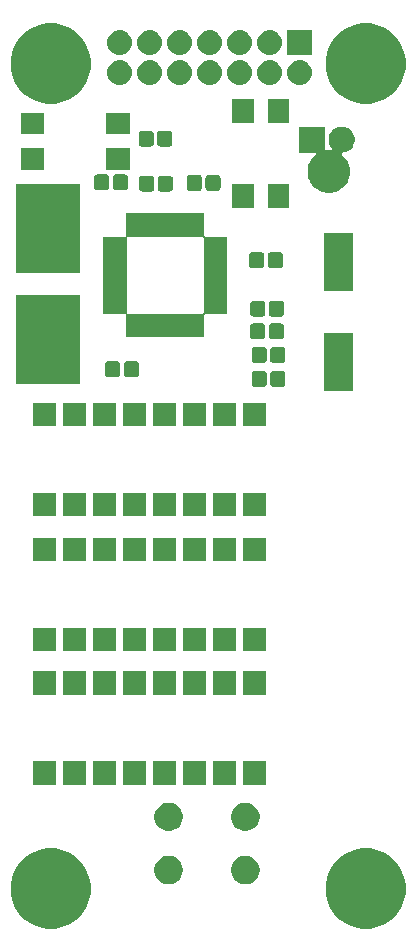
<source format=gts>
G04 #@! TF.GenerationSoftware,KiCad,Pcbnew,5.0.1-33cea8e~68~ubuntu14.04.1*
G04 #@! TF.CreationDate,2018-11-23T15:16:42-08:00*
G04 #@! TF.ProjectId,run,72756E2E6B696361645F706362000000,rev?*
G04 #@! TF.SameCoordinates,Original*
G04 #@! TF.FileFunction,Soldermask,Top*
G04 #@! TF.FilePolarity,Negative*
%FSLAX46Y46*%
G04 Gerber Fmt 4.6, Leading zero omitted, Abs format (unit mm)*
G04 Created by KiCad (PCBNEW 5.0.1-33cea8e~68~ubuntu14.04.1) date Fri 23 Nov 2018 03:16:42 PM PST*
%MOMM*%
%LPD*%
G01*
G04 APERTURE LIST*
%ADD10C,0.100000*%
G04 APERTURE END LIST*
D10*
G36*
X155677743Y-163354660D02*
X156296503Y-163610958D01*
X156853377Y-163983050D01*
X157326950Y-164456623D01*
X157699042Y-165013497D01*
X157955340Y-165632257D01*
X158086000Y-166289128D01*
X158086000Y-166958872D01*
X157955340Y-167615743D01*
X157699042Y-168234503D01*
X157326950Y-168791377D01*
X156853377Y-169264950D01*
X156296503Y-169637042D01*
X155677743Y-169893340D01*
X155020872Y-170024000D01*
X154351128Y-170024000D01*
X153694257Y-169893340D01*
X153075497Y-169637042D01*
X152518623Y-169264950D01*
X152045050Y-168791377D01*
X151672958Y-168234503D01*
X151416660Y-167615743D01*
X151286000Y-166958872D01*
X151286000Y-166289128D01*
X151416660Y-165632257D01*
X151672958Y-165013497D01*
X152045050Y-164456623D01*
X152518623Y-163983050D01*
X153075497Y-163610958D01*
X153694257Y-163354660D01*
X154351128Y-163224000D01*
X155020872Y-163224000D01*
X155677743Y-163354660D01*
X155677743Y-163354660D01*
G37*
G36*
X129007743Y-163354660D02*
X129626503Y-163610958D01*
X130183377Y-163983050D01*
X130656950Y-164456623D01*
X131029042Y-165013497D01*
X131285340Y-165632257D01*
X131416000Y-166289128D01*
X131416000Y-166958872D01*
X131285340Y-167615743D01*
X131029042Y-168234503D01*
X130656950Y-168791377D01*
X130183377Y-169264950D01*
X129626503Y-169637042D01*
X129007743Y-169893340D01*
X128350872Y-170024000D01*
X127681128Y-170024000D01*
X127024257Y-169893340D01*
X126405497Y-169637042D01*
X125848623Y-169264950D01*
X125375050Y-168791377D01*
X125002958Y-168234503D01*
X124746660Y-167615743D01*
X124616000Y-166958872D01*
X124616000Y-166289128D01*
X124746660Y-165632257D01*
X125002958Y-165013497D01*
X125375050Y-164456623D01*
X125848623Y-163983050D01*
X126405497Y-163610958D01*
X127024257Y-163354660D01*
X127681128Y-163224000D01*
X128350872Y-163224000D01*
X129007743Y-163354660D01*
X129007743Y-163354660D01*
G37*
G36*
X144850026Y-163896115D02*
X145068412Y-163986573D01*
X145264958Y-164117901D01*
X145432099Y-164285042D01*
X145563427Y-164481588D01*
X145653885Y-164699974D01*
X145700000Y-164931809D01*
X145700000Y-165168191D01*
X145653885Y-165400026D01*
X145563427Y-165618412D01*
X145432099Y-165814958D01*
X145264958Y-165982099D01*
X145068412Y-166113427D01*
X144850026Y-166203885D01*
X144618191Y-166250000D01*
X144381809Y-166250000D01*
X144149974Y-166203885D01*
X143931588Y-166113427D01*
X143735042Y-165982099D01*
X143567901Y-165814958D01*
X143436573Y-165618412D01*
X143346115Y-165400026D01*
X143300000Y-165168191D01*
X143300000Y-164931809D01*
X143346115Y-164699974D01*
X143436573Y-164481588D01*
X143567901Y-164285042D01*
X143735042Y-164117901D01*
X143931588Y-163986573D01*
X144149974Y-163896115D01*
X144381809Y-163850000D01*
X144618191Y-163850000D01*
X144850026Y-163896115D01*
X144850026Y-163896115D01*
G37*
G36*
X138350026Y-163896115D02*
X138568412Y-163986573D01*
X138764958Y-164117901D01*
X138932099Y-164285042D01*
X139063427Y-164481588D01*
X139153885Y-164699974D01*
X139200000Y-164931809D01*
X139200000Y-165168191D01*
X139153885Y-165400026D01*
X139063427Y-165618412D01*
X138932099Y-165814958D01*
X138764958Y-165982099D01*
X138568412Y-166113427D01*
X138350026Y-166203885D01*
X138118191Y-166250000D01*
X137881809Y-166250000D01*
X137649974Y-166203885D01*
X137431588Y-166113427D01*
X137235042Y-165982099D01*
X137067901Y-165814958D01*
X136936573Y-165618412D01*
X136846115Y-165400026D01*
X136800000Y-165168191D01*
X136800000Y-164931809D01*
X136846115Y-164699974D01*
X136936573Y-164481588D01*
X137067901Y-164285042D01*
X137235042Y-164117901D01*
X137431588Y-163986573D01*
X137649974Y-163896115D01*
X137881809Y-163850000D01*
X138118191Y-163850000D01*
X138350026Y-163896115D01*
X138350026Y-163896115D01*
G37*
G36*
X144850026Y-159396115D02*
X145068412Y-159486573D01*
X145264958Y-159617901D01*
X145432099Y-159785042D01*
X145563427Y-159981588D01*
X145653885Y-160199974D01*
X145700000Y-160431809D01*
X145700000Y-160668191D01*
X145653885Y-160900026D01*
X145563427Y-161118412D01*
X145432099Y-161314958D01*
X145264958Y-161482099D01*
X145068412Y-161613427D01*
X144850026Y-161703885D01*
X144618191Y-161750000D01*
X144381809Y-161750000D01*
X144149974Y-161703885D01*
X143931588Y-161613427D01*
X143735042Y-161482099D01*
X143567901Y-161314958D01*
X143436573Y-161118412D01*
X143346115Y-160900026D01*
X143300000Y-160668191D01*
X143300000Y-160431809D01*
X143346115Y-160199974D01*
X143436573Y-159981588D01*
X143567901Y-159785042D01*
X143735042Y-159617901D01*
X143931588Y-159486573D01*
X144149974Y-159396115D01*
X144381809Y-159350000D01*
X144618191Y-159350000D01*
X144850026Y-159396115D01*
X144850026Y-159396115D01*
G37*
G36*
X138350026Y-159396115D02*
X138568412Y-159486573D01*
X138764958Y-159617901D01*
X138932099Y-159785042D01*
X139063427Y-159981588D01*
X139153885Y-160199974D01*
X139200000Y-160431809D01*
X139200000Y-160668191D01*
X139153885Y-160900026D01*
X139063427Y-161118412D01*
X138932099Y-161314958D01*
X138764958Y-161482099D01*
X138568412Y-161613427D01*
X138350026Y-161703885D01*
X138118191Y-161750000D01*
X137881809Y-161750000D01*
X137649974Y-161703885D01*
X137431588Y-161613427D01*
X137235042Y-161482099D01*
X137067901Y-161314958D01*
X136936573Y-161118412D01*
X136846115Y-160900026D01*
X136800000Y-160668191D01*
X136800000Y-160431809D01*
X136846115Y-160199974D01*
X136936573Y-159981588D01*
X137067901Y-159785042D01*
X137235042Y-159617901D01*
X137431588Y-159486573D01*
X137649974Y-159396115D01*
X137881809Y-159350000D01*
X138118191Y-159350000D01*
X138350026Y-159396115D01*
X138350026Y-159396115D01*
G37*
G36*
X128500000Y-157840000D02*
X126500000Y-157840000D01*
X126500000Y-155840000D01*
X128500000Y-155840000D01*
X128500000Y-157840000D01*
X128500000Y-157840000D01*
G37*
G36*
X131040000Y-157840000D02*
X129040000Y-157840000D01*
X129040000Y-155840000D01*
X131040000Y-155840000D01*
X131040000Y-157840000D01*
X131040000Y-157840000D01*
G37*
G36*
X133580000Y-157840000D02*
X131580000Y-157840000D01*
X131580000Y-155840000D01*
X133580000Y-155840000D01*
X133580000Y-157840000D01*
X133580000Y-157840000D01*
G37*
G36*
X136120000Y-157840000D02*
X134120000Y-157840000D01*
X134120000Y-155840000D01*
X136120000Y-155840000D01*
X136120000Y-157840000D01*
X136120000Y-157840000D01*
G37*
G36*
X138660000Y-157840000D02*
X136660000Y-157840000D01*
X136660000Y-155840000D01*
X138660000Y-155840000D01*
X138660000Y-157840000D01*
X138660000Y-157840000D01*
G37*
G36*
X141200000Y-157840000D02*
X139200000Y-157840000D01*
X139200000Y-155840000D01*
X141200000Y-155840000D01*
X141200000Y-157840000D01*
X141200000Y-157840000D01*
G37*
G36*
X146280000Y-157840000D02*
X144280000Y-157840000D01*
X144280000Y-155840000D01*
X146280000Y-155840000D01*
X146280000Y-157840000D01*
X146280000Y-157840000D01*
G37*
G36*
X143740000Y-157840000D02*
X141740000Y-157840000D01*
X141740000Y-155840000D01*
X143740000Y-155840000D01*
X143740000Y-157840000D01*
X143740000Y-157840000D01*
G37*
G36*
X141200000Y-150220000D02*
X139200000Y-150220000D01*
X139200000Y-148220000D01*
X141200000Y-148220000D01*
X141200000Y-150220000D01*
X141200000Y-150220000D01*
G37*
G36*
X131040000Y-150220000D02*
X129040000Y-150220000D01*
X129040000Y-148220000D01*
X131040000Y-148220000D01*
X131040000Y-150220000D01*
X131040000Y-150220000D01*
G37*
G36*
X133580000Y-150220000D02*
X131580000Y-150220000D01*
X131580000Y-148220000D01*
X133580000Y-148220000D01*
X133580000Y-150220000D01*
X133580000Y-150220000D01*
G37*
G36*
X146280000Y-150220000D02*
X144280000Y-150220000D01*
X144280000Y-148220000D01*
X146280000Y-148220000D01*
X146280000Y-150220000D01*
X146280000Y-150220000D01*
G37*
G36*
X136120000Y-150220000D02*
X134120000Y-150220000D01*
X134120000Y-148220000D01*
X136120000Y-148220000D01*
X136120000Y-150220000D01*
X136120000Y-150220000D01*
G37*
G36*
X143740000Y-150220000D02*
X141740000Y-150220000D01*
X141740000Y-148220000D01*
X143740000Y-148220000D01*
X143740000Y-150220000D01*
X143740000Y-150220000D01*
G37*
G36*
X138660000Y-150220000D02*
X136660000Y-150220000D01*
X136660000Y-148220000D01*
X138660000Y-148220000D01*
X138660000Y-150220000D01*
X138660000Y-150220000D01*
G37*
G36*
X128500000Y-150220000D02*
X126500000Y-150220000D01*
X126500000Y-148220000D01*
X128500000Y-148220000D01*
X128500000Y-150220000D01*
X128500000Y-150220000D01*
G37*
G36*
X141208000Y-146542000D02*
X139208000Y-146542000D01*
X139208000Y-144542000D01*
X141208000Y-144542000D01*
X141208000Y-146542000D01*
X141208000Y-146542000D01*
G37*
G36*
X128508000Y-146542000D02*
X126508000Y-146542000D01*
X126508000Y-144542000D01*
X128508000Y-144542000D01*
X128508000Y-146542000D01*
X128508000Y-146542000D01*
G37*
G36*
X133588000Y-146542000D02*
X131588000Y-146542000D01*
X131588000Y-144542000D01*
X133588000Y-144542000D01*
X133588000Y-146542000D01*
X133588000Y-146542000D01*
G37*
G36*
X136128000Y-146542000D02*
X134128000Y-146542000D01*
X134128000Y-144542000D01*
X136128000Y-144542000D01*
X136128000Y-146542000D01*
X136128000Y-146542000D01*
G37*
G36*
X138668000Y-146542000D02*
X136668000Y-146542000D01*
X136668000Y-144542000D01*
X138668000Y-144542000D01*
X138668000Y-146542000D01*
X138668000Y-146542000D01*
G37*
G36*
X143748000Y-146542000D02*
X141748000Y-146542000D01*
X141748000Y-144542000D01*
X143748000Y-144542000D01*
X143748000Y-146542000D01*
X143748000Y-146542000D01*
G37*
G36*
X146288000Y-146542000D02*
X144288000Y-146542000D01*
X144288000Y-144542000D01*
X146288000Y-144542000D01*
X146288000Y-146542000D01*
X146288000Y-146542000D01*
G37*
G36*
X131048000Y-146542000D02*
X129048000Y-146542000D01*
X129048000Y-144542000D01*
X131048000Y-144542000D01*
X131048000Y-146542000D01*
X131048000Y-146542000D01*
G37*
G36*
X146288000Y-138922000D02*
X144288000Y-138922000D01*
X144288000Y-136922000D01*
X146288000Y-136922000D01*
X146288000Y-138922000D01*
X146288000Y-138922000D01*
G37*
G36*
X143748000Y-138922000D02*
X141748000Y-138922000D01*
X141748000Y-136922000D01*
X143748000Y-136922000D01*
X143748000Y-138922000D01*
X143748000Y-138922000D01*
G37*
G36*
X141208000Y-138922000D02*
X139208000Y-138922000D01*
X139208000Y-136922000D01*
X141208000Y-136922000D01*
X141208000Y-138922000D01*
X141208000Y-138922000D01*
G37*
G36*
X138668000Y-138922000D02*
X136668000Y-138922000D01*
X136668000Y-136922000D01*
X138668000Y-136922000D01*
X138668000Y-138922000D01*
X138668000Y-138922000D01*
G37*
G36*
X136128000Y-138922000D02*
X134128000Y-138922000D01*
X134128000Y-136922000D01*
X136128000Y-136922000D01*
X136128000Y-138922000D01*
X136128000Y-138922000D01*
G37*
G36*
X133588000Y-138922000D02*
X131588000Y-138922000D01*
X131588000Y-136922000D01*
X133588000Y-136922000D01*
X133588000Y-138922000D01*
X133588000Y-138922000D01*
G37*
G36*
X128508000Y-138922000D02*
X126508000Y-138922000D01*
X126508000Y-136922000D01*
X128508000Y-136922000D01*
X128508000Y-138922000D01*
X128508000Y-138922000D01*
G37*
G36*
X131048000Y-138922000D02*
X129048000Y-138922000D01*
X129048000Y-136922000D01*
X131048000Y-136922000D01*
X131048000Y-138922000D01*
X131048000Y-138922000D01*
G37*
G36*
X143748000Y-135112000D02*
X141748000Y-135112000D01*
X141748000Y-133112000D01*
X143748000Y-133112000D01*
X143748000Y-135112000D01*
X143748000Y-135112000D01*
G37*
G36*
X133588000Y-135112000D02*
X131588000Y-135112000D01*
X131588000Y-133112000D01*
X133588000Y-133112000D01*
X133588000Y-135112000D01*
X133588000Y-135112000D01*
G37*
G36*
X136128000Y-135112000D02*
X134128000Y-135112000D01*
X134128000Y-133112000D01*
X136128000Y-133112000D01*
X136128000Y-135112000D01*
X136128000Y-135112000D01*
G37*
G36*
X131048000Y-135112000D02*
X129048000Y-135112000D01*
X129048000Y-133112000D01*
X131048000Y-133112000D01*
X131048000Y-135112000D01*
X131048000Y-135112000D01*
G37*
G36*
X138668000Y-135112000D02*
X136668000Y-135112000D01*
X136668000Y-133112000D01*
X138668000Y-133112000D01*
X138668000Y-135112000D01*
X138668000Y-135112000D01*
G37*
G36*
X128508000Y-135112000D02*
X126508000Y-135112000D01*
X126508000Y-133112000D01*
X128508000Y-133112000D01*
X128508000Y-135112000D01*
X128508000Y-135112000D01*
G37*
G36*
X141208000Y-135112000D02*
X139208000Y-135112000D01*
X139208000Y-133112000D01*
X141208000Y-133112000D01*
X141208000Y-135112000D01*
X141208000Y-135112000D01*
G37*
G36*
X146288000Y-135112000D02*
X144288000Y-135112000D01*
X144288000Y-133112000D01*
X146288000Y-133112000D01*
X146288000Y-135112000D01*
X146288000Y-135112000D01*
G37*
G36*
X131048000Y-127492000D02*
X129048000Y-127492000D01*
X129048000Y-125492000D01*
X131048000Y-125492000D01*
X131048000Y-127492000D01*
X131048000Y-127492000D01*
G37*
G36*
X128508000Y-127492000D02*
X126508000Y-127492000D01*
X126508000Y-125492000D01*
X128508000Y-125492000D01*
X128508000Y-127492000D01*
X128508000Y-127492000D01*
G37*
G36*
X136128000Y-127492000D02*
X134128000Y-127492000D01*
X134128000Y-125492000D01*
X136128000Y-125492000D01*
X136128000Y-127492000D01*
X136128000Y-127492000D01*
G37*
G36*
X133588000Y-127492000D02*
X131588000Y-127492000D01*
X131588000Y-125492000D01*
X133588000Y-125492000D01*
X133588000Y-127492000D01*
X133588000Y-127492000D01*
G37*
G36*
X143748000Y-127492000D02*
X141748000Y-127492000D01*
X141748000Y-125492000D01*
X143748000Y-125492000D01*
X143748000Y-127492000D01*
X143748000Y-127492000D01*
G37*
G36*
X141208000Y-127492000D02*
X139208000Y-127492000D01*
X139208000Y-125492000D01*
X141208000Y-125492000D01*
X141208000Y-127492000D01*
X141208000Y-127492000D01*
G37*
G36*
X138668000Y-127492000D02*
X136668000Y-127492000D01*
X136668000Y-125492000D01*
X138668000Y-125492000D01*
X138668000Y-127492000D01*
X138668000Y-127492000D01*
G37*
G36*
X146288000Y-127492000D02*
X144288000Y-127492000D01*
X144288000Y-125492000D01*
X146288000Y-125492000D01*
X146288000Y-127492000D01*
X146288000Y-127492000D01*
G37*
G36*
X153600000Y-124488000D02*
X151200000Y-124488000D01*
X151200000Y-119588000D01*
X153600000Y-119588000D01*
X153600000Y-124488000D01*
X153600000Y-124488000D01*
G37*
G36*
X147686122Y-122798517D02*
X147734085Y-122813066D01*
X147778275Y-122836686D01*
X147817018Y-122868482D01*
X147848814Y-122907225D01*
X147872434Y-122951415D01*
X147886983Y-122999378D01*
X147892500Y-123055391D01*
X147892500Y-123880609D01*
X147886983Y-123936622D01*
X147872434Y-123984585D01*
X147848814Y-124028775D01*
X147817018Y-124067518D01*
X147778275Y-124099314D01*
X147734085Y-124122934D01*
X147686122Y-124137483D01*
X147630109Y-124143000D01*
X146879891Y-124143000D01*
X146823878Y-124137483D01*
X146775915Y-124122934D01*
X146731725Y-124099314D01*
X146692982Y-124067518D01*
X146661186Y-124028775D01*
X146637566Y-123984585D01*
X146623017Y-123936622D01*
X146617500Y-123880609D01*
X146617500Y-123055391D01*
X146623017Y-122999378D01*
X146637566Y-122951415D01*
X146661186Y-122907225D01*
X146692982Y-122868482D01*
X146731725Y-122836686D01*
X146775915Y-122813066D01*
X146823878Y-122798517D01*
X146879891Y-122793000D01*
X147630109Y-122793000D01*
X147686122Y-122798517D01*
X147686122Y-122798517D01*
G37*
G36*
X146111122Y-122798517D02*
X146159085Y-122813066D01*
X146203275Y-122836686D01*
X146242018Y-122868482D01*
X146273814Y-122907225D01*
X146297434Y-122951415D01*
X146311983Y-122999378D01*
X146317500Y-123055391D01*
X146317500Y-123880609D01*
X146311983Y-123936622D01*
X146297434Y-123984585D01*
X146273814Y-124028775D01*
X146242018Y-124067518D01*
X146203275Y-124099314D01*
X146159085Y-124122934D01*
X146111122Y-124137483D01*
X146055109Y-124143000D01*
X145304891Y-124143000D01*
X145248878Y-124137483D01*
X145200915Y-124122934D01*
X145156725Y-124099314D01*
X145117982Y-124067518D01*
X145086186Y-124028775D01*
X145062566Y-123984585D01*
X145048017Y-123936622D01*
X145042500Y-123880609D01*
X145042500Y-123055391D01*
X145048017Y-122999378D01*
X145062566Y-122951415D01*
X145086186Y-122907225D01*
X145117982Y-122868482D01*
X145156725Y-122836686D01*
X145200915Y-122813066D01*
X145248878Y-122798517D01*
X145304891Y-122793000D01*
X146055109Y-122793000D01*
X146111122Y-122798517D01*
X146111122Y-122798517D01*
G37*
G36*
X130462000Y-123882000D02*
X125062000Y-123882000D01*
X125062000Y-116402000D01*
X130462000Y-116402000D01*
X130462000Y-123882000D01*
X130462000Y-123882000D01*
G37*
G36*
X133706122Y-121980517D02*
X133754085Y-121995066D01*
X133798275Y-122018686D01*
X133837018Y-122050482D01*
X133868814Y-122089225D01*
X133892434Y-122133415D01*
X133906983Y-122181378D01*
X133912500Y-122237391D01*
X133912500Y-123062609D01*
X133906983Y-123118622D01*
X133892434Y-123166585D01*
X133868814Y-123210775D01*
X133837018Y-123249518D01*
X133798275Y-123281314D01*
X133754085Y-123304934D01*
X133706122Y-123319483D01*
X133650109Y-123325000D01*
X132899891Y-123325000D01*
X132843878Y-123319483D01*
X132795915Y-123304934D01*
X132751725Y-123281314D01*
X132712982Y-123249518D01*
X132681186Y-123210775D01*
X132657566Y-123166585D01*
X132643017Y-123118622D01*
X132637500Y-123062609D01*
X132637500Y-122237391D01*
X132643017Y-122181378D01*
X132657566Y-122133415D01*
X132681186Y-122089225D01*
X132712982Y-122050482D01*
X132751725Y-122018686D01*
X132795915Y-121995066D01*
X132843878Y-121980517D01*
X132899891Y-121975000D01*
X133650109Y-121975000D01*
X133706122Y-121980517D01*
X133706122Y-121980517D01*
G37*
G36*
X135281122Y-121980517D02*
X135329085Y-121995066D01*
X135373275Y-122018686D01*
X135412018Y-122050482D01*
X135443814Y-122089225D01*
X135467434Y-122133415D01*
X135481983Y-122181378D01*
X135487500Y-122237391D01*
X135487500Y-123062609D01*
X135481983Y-123118622D01*
X135467434Y-123166585D01*
X135443814Y-123210775D01*
X135412018Y-123249518D01*
X135373275Y-123281314D01*
X135329085Y-123304934D01*
X135281122Y-123319483D01*
X135225109Y-123325000D01*
X134474891Y-123325000D01*
X134418878Y-123319483D01*
X134370915Y-123304934D01*
X134326725Y-123281314D01*
X134287982Y-123249518D01*
X134256186Y-123210775D01*
X134232566Y-123166585D01*
X134218017Y-123118622D01*
X134212500Y-123062609D01*
X134212500Y-122237391D01*
X134218017Y-122181378D01*
X134232566Y-122133415D01*
X134256186Y-122089225D01*
X134287982Y-122050482D01*
X134326725Y-122018686D01*
X134370915Y-121995066D01*
X134418878Y-121980517D01*
X134474891Y-121975000D01*
X135225109Y-121975000D01*
X135281122Y-121980517D01*
X135281122Y-121980517D01*
G37*
G36*
X146096122Y-120768517D02*
X146144085Y-120783066D01*
X146188275Y-120806686D01*
X146227018Y-120838482D01*
X146258814Y-120877225D01*
X146282434Y-120921415D01*
X146296983Y-120969378D01*
X146302500Y-121025391D01*
X146302500Y-121850609D01*
X146296983Y-121906622D01*
X146282434Y-121954585D01*
X146258814Y-121998775D01*
X146227018Y-122037518D01*
X146188275Y-122069314D01*
X146144085Y-122092934D01*
X146096122Y-122107483D01*
X146040109Y-122113000D01*
X145289891Y-122113000D01*
X145233878Y-122107483D01*
X145185915Y-122092934D01*
X145141725Y-122069314D01*
X145102982Y-122037518D01*
X145071186Y-121998775D01*
X145047566Y-121954585D01*
X145033017Y-121906622D01*
X145027500Y-121850609D01*
X145027500Y-121025391D01*
X145033017Y-120969378D01*
X145047566Y-120921415D01*
X145071186Y-120877225D01*
X145102982Y-120838482D01*
X145141725Y-120806686D01*
X145185915Y-120783066D01*
X145233878Y-120768517D01*
X145289891Y-120763000D01*
X146040109Y-120763000D01*
X146096122Y-120768517D01*
X146096122Y-120768517D01*
G37*
G36*
X147671122Y-120768517D02*
X147719085Y-120783066D01*
X147763275Y-120806686D01*
X147802018Y-120838482D01*
X147833814Y-120877225D01*
X147857434Y-120921415D01*
X147871983Y-120969378D01*
X147877500Y-121025391D01*
X147877500Y-121850609D01*
X147871983Y-121906622D01*
X147857434Y-121954585D01*
X147833814Y-121998775D01*
X147802018Y-122037518D01*
X147763275Y-122069314D01*
X147719085Y-122092934D01*
X147671122Y-122107483D01*
X147615109Y-122113000D01*
X146864891Y-122113000D01*
X146808878Y-122107483D01*
X146760915Y-122092934D01*
X146716725Y-122069314D01*
X146677982Y-122037518D01*
X146646186Y-121998775D01*
X146622566Y-121954585D01*
X146608017Y-121906622D01*
X146602500Y-121850609D01*
X146602500Y-121025391D01*
X146608017Y-120969378D01*
X146622566Y-120921415D01*
X146646186Y-120877225D01*
X146677982Y-120838482D01*
X146716725Y-120806686D01*
X146760915Y-120783066D01*
X146808878Y-120768517D01*
X146864891Y-120763000D01*
X147615109Y-120763000D01*
X147671122Y-120768517D01*
X147671122Y-120768517D01*
G37*
G36*
X147546122Y-118778517D02*
X147594085Y-118793066D01*
X147638275Y-118816686D01*
X147677018Y-118848482D01*
X147708814Y-118887225D01*
X147732434Y-118931415D01*
X147746983Y-118979378D01*
X147752500Y-119035391D01*
X147752500Y-119860609D01*
X147746983Y-119916622D01*
X147732434Y-119964585D01*
X147708814Y-120008775D01*
X147677018Y-120047518D01*
X147638275Y-120079314D01*
X147594085Y-120102934D01*
X147546122Y-120117483D01*
X147490109Y-120123000D01*
X146739891Y-120123000D01*
X146683878Y-120117483D01*
X146635915Y-120102934D01*
X146591725Y-120079314D01*
X146552982Y-120047518D01*
X146521186Y-120008775D01*
X146497566Y-119964585D01*
X146483017Y-119916622D01*
X146477500Y-119860609D01*
X146477500Y-119035391D01*
X146483017Y-118979378D01*
X146497566Y-118931415D01*
X146521186Y-118887225D01*
X146552982Y-118848482D01*
X146591725Y-118816686D01*
X146635915Y-118793066D01*
X146683878Y-118778517D01*
X146739891Y-118773000D01*
X147490109Y-118773000D01*
X147546122Y-118778517D01*
X147546122Y-118778517D01*
G37*
G36*
X145971122Y-118778517D02*
X146019085Y-118793066D01*
X146063275Y-118816686D01*
X146102018Y-118848482D01*
X146133814Y-118887225D01*
X146157434Y-118931415D01*
X146171983Y-118979378D01*
X146177500Y-119035391D01*
X146177500Y-119860609D01*
X146171983Y-119916622D01*
X146157434Y-119964585D01*
X146133814Y-120008775D01*
X146102018Y-120047518D01*
X146063275Y-120079314D01*
X146019085Y-120102934D01*
X145971122Y-120117483D01*
X145915109Y-120123000D01*
X145164891Y-120123000D01*
X145108878Y-120117483D01*
X145060915Y-120102934D01*
X145016725Y-120079314D01*
X144977982Y-120047518D01*
X144946186Y-120008775D01*
X144922566Y-119964585D01*
X144908017Y-119916622D01*
X144902500Y-119860609D01*
X144902500Y-119035391D01*
X144908017Y-118979378D01*
X144922566Y-118931415D01*
X144946186Y-118887225D01*
X144977982Y-118848482D01*
X145016725Y-118816686D01*
X145060915Y-118793066D01*
X145108878Y-118778517D01*
X145164891Y-118773000D01*
X145915109Y-118773000D01*
X145971122Y-118778517D01*
X145971122Y-118778517D01*
G37*
G36*
X140985000Y-111310000D02*
X140987402Y-111334386D01*
X140994515Y-111357835D01*
X141006066Y-111379446D01*
X141021612Y-111398388D01*
X141040554Y-111413934D01*
X141062165Y-111425485D01*
X141085614Y-111432598D01*
X141110000Y-111435000D01*
X142960000Y-111435000D01*
X142960000Y-117985000D01*
X141110000Y-117985000D01*
X141085614Y-117987402D01*
X141062165Y-117994515D01*
X141040554Y-118006066D01*
X141021612Y-118021612D01*
X141006066Y-118040554D01*
X140994515Y-118062165D01*
X140987402Y-118085614D01*
X140985000Y-118110000D01*
X140985000Y-119960000D01*
X134435000Y-119960000D01*
X134435000Y-118110000D01*
X134432598Y-118085614D01*
X134425485Y-118062165D01*
X134413934Y-118040554D01*
X134398388Y-118021612D01*
X134379446Y-118006066D01*
X134357835Y-117994515D01*
X134334386Y-117987402D01*
X134310000Y-117985000D01*
X132460000Y-117985000D01*
X132460000Y-111585000D01*
X134460000Y-111585000D01*
X134460000Y-117835000D01*
X134462402Y-117859386D01*
X134469515Y-117882835D01*
X134481066Y-117904446D01*
X134496612Y-117923388D01*
X134515554Y-117938934D01*
X134537165Y-117950485D01*
X134560614Y-117957598D01*
X134585000Y-117960000D01*
X140835000Y-117960000D01*
X140859386Y-117957598D01*
X140882835Y-117950485D01*
X140904446Y-117938934D01*
X140923388Y-117923388D01*
X140938934Y-117904446D01*
X140950485Y-117882835D01*
X140957598Y-117859386D01*
X140960000Y-117835000D01*
X140960000Y-111585000D01*
X140957598Y-111560614D01*
X140950485Y-111537165D01*
X140938934Y-111515554D01*
X140923388Y-111496612D01*
X140904446Y-111481066D01*
X140882835Y-111469515D01*
X140859386Y-111462402D01*
X140835000Y-111460000D01*
X134585000Y-111460000D01*
X134560614Y-111462402D01*
X134537165Y-111469515D01*
X134515554Y-111481066D01*
X134496612Y-111496612D01*
X134481066Y-111515554D01*
X134469515Y-111537165D01*
X134462402Y-111560614D01*
X134460000Y-111585000D01*
X132460000Y-111585000D01*
X132460000Y-111435000D01*
X134310000Y-111435000D01*
X134334386Y-111432598D01*
X134357835Y-111425485D01*
X134379446Y-111413934D01*
X134398388Y-111398388D01*
X134413934Y-111379446D01*
X134425485Y-111357835D01*
X134432598Y-111334386D01*
X134435000Y-111310000D01*
X134435000Y-109460000D01*
X140985000Y-109460000D01*
X140985000Y-111310000D01*
X140985000Y-111310000D01*
G37*
G36*
X145986122Y-116848517D02*
X146034085Y-116863066D01*
X146078275Y-116886686D01*
X146117018Y-116918482D01*
X146148814Y-116957225D01*
X146172434Y-117001415D01*
X146186983Y-117049378D01*
X146192500Y-117105391D01*
X146192500Y-117930609D01*
X146186983Y-117986622D01*
X146172434Y-118034585D01*
X146148814Y-118078775D01*
X146117018Y-118117518D01*
X146078275Y-118149314D01*
X146034085Y-118172934D01*
X145986122Y-118187483D01*
X145930109Y-118193000D01*
X145179891Y-118193000D01*
X145123878Y-118187483D01*
X145075915Y-118172934D01*
X145031725Y-118149314D01*
X144992982Y-118117518D01*
X144961186Y-118078775D01*
X144937566Y-118034585D01*
X144923017Y-117986622D01*
X144917500Y-117930609D01*
X144917500Y-117105391D01*
X144923017Y-117049378D01*
X144937566Y-117001415D01*
X144961186Y-116957225D01*
X144992982Y-116918482D01*
X145031725Y-116886686D01*
X145075915Y-116863066D01*
X145123878Y-116848517D01*
X145179891Y-116843000D01*
X145930109Y-116843000D01*
X145986122Y-116848517D01*
X145986122Y-116848517D01*
G37*
G36*
X147561122Y-116848517D02*
X147609085Y-116863066D01*
X147653275Y-116886686D01*
X147692018Y-116918482D01*
X147723814Y-116957225D01*
X147747434Y-117001415D01*
X147761983Y-117049378D01*
X147767500Y-117105391D01*
X147767500Y-117930609D01*
X147761983Y-117986622D01*
X147747434Y-118034585D01*
X147723814Y-118078775D01*
X147692018Y-118117518D01*
X147653275Y-118149314D01*
X147609085Y-118172934D01*
X147561122Y-118187483D01*
X147505109Y-118193000D01*
X146754891Y-118193000D01*
X146698878Y-118187483D01*
X146650915Y-118172934D01*
X146606725Y-118149314D01*
X146567982Y-118117518D01*
X146536186Y-118078775D01*
X146512566Y-118034585D01*
X146498017Y-117986622D01*
X146492500Y-117930609D01*
X146492500Y-117105391D01*
X146498017Y-117049378D01*
X146512566Y-117001415D01*
X146536186Y-116957225D01*
X146567982Y-116918482D01*
X146606725Y-116886686D01*
X146650915Y-116863066D01*
X146698878Y-116848517D01*
X146754891Y-116843000D01*
X147505109Y-116843000D01*
X147561122Y-116848517D01*
X147561122Y-116848517D01*
G37*
G36*
X153600000Y-115988000D02*
X151200000Y-115988000D01*
X151200000Y-111088000D01*
X153600000Y-111088000D01*
X153600000Y-115988000D01*
X153600000Y-115988000D01*
G37*
G36*
X130462000Y-114484000D02*
X125062000Y-114484000D01*
X125062000Y-107004000D01*
X130462000Y-107004000D01*
X130462000Y-114484000D01*
X130462000Y-114484000D01*
G37*
G36*
X145886122Y-112738517D02*
X145934085Y-112753066D01*
X145978275Y-112776686D01*
X146017018Y-112808482D01*
X146048814Y-112847225D01*
X146072434Y-112891415D01*
X146086983Y-112939378D01*
X146092500Y-112995391D01*
X146092500Y-113820609D01*
X146086983Y-113876622D01*
X146072434Y-113924585D01*
X146048814Y-113968775D01*
X146017018Y-114007518D01*
X145978275Y-114039314D01*
X145934085Y-114062934D01*
X145886122Y-114077483D01*
X145830109Y-114083000D01*
X145079891Y-114083000D01*
X145023878Y-114077483D01*
X144975915Y-114062934D01*
X144931725Y-114039314D01*
X144892982Y-114007518D01*
X144861186Y-113968775D01*
X144837566Y-113924585D01*
X144823017Y-113876622D01*
X144817500Y-113820609D01*
X144817500Y-112995391D01*
X144823017Y-112939378D01*
X144837566Y-112891415D01*
X144861186Y-112847225D01*
X144892982Y-112808482D01*
X144931725Y-112776686D01*
X144975915Y-112753066D01*
X145023878Y-112738517D01*
X145079891Y-112733000D01*
X145830109Y-112733000D01*
X145886122Y-112738517D01*
X145886122Y-112738517D01*
G37*
G36*
X147461122Y-112738517D02*
X147509085Y-112753066D01*
X147553275Y-112776686D01*
X147592018Y-112808482D01*
X147623814Y-112847225D01*
X147647434Y-112891415D01*
X147661983Y-112939378D01*
X147667500Y-112995391D01*
X147667500Y-113820609D01*
X147661983Y-113876622D01*
X147647434Y-113924585D01*
X147623814Y-113968775D01*
X147592018Y-114007518D01*
X147553275Y-114039314D01*
X147509085Y-114062934D01*
X147461122Y-114077483D01*
X147405109Y-114083000D01*
X146654891Y-114083000D01*
X146598878Y-114077483D01*
X146550915Y-114062934D01*
X146506725Y-114039314D01*
X146467982Y-114007518D01*
X146436186Y-113968775D01*
X146412566Y-113924585D01*
X146398017Y-113876622D01*
X146392500Y-113820609D01*
X146392500Y-112995391D01*
X146398017Y-112939378D01*
X146412566Y-112891415D01*
X146436186Y-112847225D01*
X146467982Y-112808482D01*
X146506725Y-112776686D01*
X146550915Y-112753066D01*
X146598878Y-112738517D01*
X146654891Y-112733000D01*
X147405109Y-112733000D01*
X147461122Y-112738517D01*
X147461122Y-112738517D01*
G37*
G36*
X145196000Y-108994000D02*
X143396000Y-108994000D01*
X143396000Y-106994000D01*
X145196000Y-106994000D01*
X145196000Y-108994000D01*
X145196000Y-108994000D01*
G37*
G36*
X148196000Y-108994000D02*
X146396000Y-108994000D01*
X146396000Y-106994000D01*
X148196000Y-106994000D01*
X148196000Y-108994000D01*
X148196000Y-108994000D01*
G37*
G36*
X151214000Y-104000341D02*
X151216402Y-104024727D01*
X151223515Y-104048176D01*
X151235066Y-104069787D01*
X151250612Y-104088729D01*
X151269554Y-104104275D01*
X151291165Y-104115826D01*
X151314614Y-104122939D01*
X151339000Y-104125341D01*
X151363385Y-104122939D01*
X151388216Y-104118000D01*
X151711589Y-104118000D01*
X151735975Y-104115598D01*
X151759424Y-104108485D01*
X151781035Y-104096934D01*
X151799977Y-104081388D01*
X151815523Y-104062446D01*
X151827074Y-104040835D01*
X151834187Y-104017386D01*
X151836589Y-103993000D01*
X151834187Y-103968614D01*
X151827074Y-103945165D01*
X151815523Y-103923554D01*
X151799977Y-103904612D01*
X151799578Y-103904213D01*
X151729277Y-103799000D01*
X151679193Y-103724045D01*
X151679191Y-103724042D01*
X151596272Y-103523857D01*
X151554000Y-103311342D01*
X151554000Y-103094658D01*
X151596272Y-102882143D01*
X151679191Y-102681958D01*
X151772468Y-102542360D01*
X151799575Y-102501791D01*
X151799576Y-102501790D01*
X151799578Y-102501787D01*
X151952787Y-102348578D01*
X152132958Y-102228191D01*
X152333143Y-102145272D01*
X152545658Y-102103000D01*
X152762342Y-102103000D01*
X152974857Y-102145272D01*
X153175042Y-102228191D01*
X153355213Y-102348578D01*
X153508422Y-102501787D01*
X153508424Y-102501790D01*
X153508425Y-102501791D01*
X153535532Y-102542360D01*
X153628809Y-102681958D01*
X153711728Y-102882143D01*
X153754000Y-103094658D01*
X153754000Y-103311342D01*
X153711728Y-103523857D01*
X153628809Y-103724042D01*
X153628807Y-103724045D01*
X153578724Y-103799000D01*
X153508422Y-103904213D01*
X153355213Y-104057422D01*
X153355210Y-104057424D01*
X153355209Y-104057425D01*
X153253566Y-104125341D01*
X153175042Y-104177809D01*
X152974858Y-104260728D01*
X152816481Y-104292231D01*
X152769621Y-104301552D01*
X152746175Y-104308664D01*
X152724564Y-104320215D01*
X152705622Y-104335760D01*
X152690076Y-104354703D01*
X152678525Y-104376313D01*
X152671412Y-104399762D01*
X152669010Y-104424149D01*
X152671412Y-104448535D01*
X152678525Y-104471984D01*
X152690076Y-104493595D01*
X152705622Y-104512537D01*
X152963649Y-104770564D01*
X153160640Y-105065382D01*
X153296327Y-105392960D01*
X153365500Y-105740714D01*
X153365500Y-106095286D01*
X153341674Y-106215066D01*
X153296327Y-106443041D01*
X153200381Y-106674674D01*
X153160640Y-106770618D01*
X152963649Y-107065436D01*
X152712936Y-107316149D01*
X152712933Y-107316151D01*
X152418120Y-107513139D01*
X152418119Y-107513140D01*
X152418118Y-107513140D01*
X152368921Y-107533518D01*
X152090541Y-107648827D01*
X151974622Y-107671885D01*
X151742786Y-107718000D01*
X151388214Y-107718000D01*
X151156378Y-107671885D01*
X151040459Y-107648827D01*
X150762079Y-107533518D01*
X150712882Y-107513140D01*
X150712881Y-107513140D01*
X150712880Y-107513139D01*
X150418067Y-107316151D01*
X150418064Y-107316149D01*
X150167351Y-107065436D01*
X149970360Y-106770618D01*
X149930619Y-106674674D01*
X149834673Y-106443041D01*
X149789326Y-106215066D01*
X149765500Y-106095286D01*
X149765500Y-105740714D01*
X149834673Y-105392960D01*
X149970360Y-105065382D01*
X150167351Y-104770564D01*
X150421527Y-104516388D01*
X150437073Y-104497446D01*
X150448624Y-104475835D01*
X150455737Y-104452386D01*
X150458139Y-104428000D01*
X150455737Y-104403614D01*
X150448624Y-104380165D01*
X150437073Y-104358554D01*
X150421527Y-104339612D01*
X150402585Y-104324066D01*
X150380974Y-104312515D01*
X150357525Y-104305402D01*
X150333139Y-104303000D01*
X149014000Y-104303000D01*
X149014000Y-102103000D01*
X151214000Y-102103000D01*
X151214000Y-104000341D01*
X151214000Y-104000341D01*
G37*
G36*
X136575122Y-106264517D02*
X136623085Y-106279066D01*
X136667275Y-106302686D01*
X136706018Y-106334482D01*
X136737814Y-106373225D01*
X136761434Y-106417415D01*
X136775983Y-106465378D01*
X136781500Y-106521391D01*
X136781500Y-107346609D01*
X136775983Y-107402622D01*
X136761434Y-107450585D01*
X136737814Y-107494775D01*
X136706018Y-107533518D01*
X136667275Y-107565314D01*
X136623085Y-107588934D01*
X136575122Y-107603483D01*
X136519109Y-107609000D01*
X135768891Y-107609000D01*
X135712878Y-107603483D01*
X135664915Y-107588934D01*
X135620725Y-107565314D01*
X135581982Y-107533518D01*
X135550186Y-107494775D01*
X135526566Y-107450585D01*
X135512017Y-107402622D01*
X135506500Y-107346609D01*
X135506500Y-106521391D01*
X135512017Y-106465378D01*
X135526566Y-106417415D01*
X135550186Y-106373225D01*
X135581982Y-106334482D01*
X135620725Y-106302686D01*
X135664915Y-106279066D01*
X135712878Y-106264517D01*
X135768891Y-106259000D01*
X136519109Y-106259000D01*
X136575122Y-106264517D01*
X136575122Y-106264517D01*
G37*
G36*
X138150122Y-106264517D02*
X138198085Y-106279066D01*
X138242275Y-106302686D01*
X138281018Y-106334482D01*
X138312814Y-106373225D01*
X138336434Y-106417415D01*
X138350983Y-106465378D01*
X138356500Y-106521391D01*
X138356500Y-107346609D01*
X138350983Y-107402622D01*
X138336434Y-107450585D01*
X138312814Y-107494775D01*
X138281018Y-107533518D01*
X138242275Y-107565314D01*
X138198085Y-107588934D01*
X138150122Y-107603483D01*
X138094109Y-107609000D01*
X137343891Y-107609000D01*
X137287878Y-107603483D01*
X137239915Y-107588934D01*
X137195725Y-107565314D01*
X137156982Y-107533518D01*
X137125186Y-107494775D01*
X137101566Y-107450585D01*
X137087017Y-107402622D01*
X137081500Y-107346609D01*
X137081500Y-106521391D01*
X137087017Y-106465378D01*
X137101566Y-106417415D01*
X137125186Y-106373225D01*
X137156982Y-106334482D01*
X137195725Y-106302686D01*
X137239915Y-106279066D01*
X137287878Y-106264517D01*
X137343891Y-106259000D01*
X138094109Y-106259000D01*
X138150122Y-106264517D01*
X138150122Y-106264517D01*
G37*
G36*
X142191122Y-106200517D02*
X142239085Y-106215066D01*
X142283275Y-106238686D01*
X142322018Y-106270482D01*
X142353814Y-106309225D01*
X142377434Y-106353415D01*
X142391983Y-106401378D01*
X142397500Y-106457391D01*
X142397500Y-107282609D01*
X142391983Y-107338622D01*
X142377434Y-107386585D01*
X142353814Y-107430775D01*
X142322018Y-107469518D01*
X142283275Y-107501314D01*
X142239085Y-107524934D01*
X142191122Y-107539483D01*
X142135109Y-107545000D01*
X141384891Y-107545000D01*
X141328878Y-107539483D01*
X141280915Y-107524934D01*
X141236725Y-107501314D01*
X141197982Y-107469518D01*
X141166186Y-107430775D01*
X141142566Y-107386585D01*
X141128017Y-107338622D01*
X141122500Y-107282609D01*
X141122500Y-106457391D01*
X141128017Y-106401378D01*
X141142566Y-106353415D01*
X141166186Y-106309225D01*
X141197982Y-106270482D01*
X141236725Y-106238686D01*
X141280915Y-106215066D01*
X141328878Y-106200517D01*
X141384891Y-106195000D01*
X142135109Y-106195000D01*
X142191122Y-106200517D01*
X142191122Y-106200517D01*
G37*
G36*
X140616122Y-106200517D02*
X140664085Y-106215066D01*
X140708275Y-106238686D01*
X140747018Y-106270482D01*
X140778814Y-106309225D01*
X140802434Y-106353415D01*
X140816983Y-106401378D01*
X140822500Y-106457391D01*
X140822500Y-107282609D01*
X140816983Y-107338622D01*
X140802434Y-107386585D01*
X140778814Y-107430775D01*
X140747018Y-107469518D01*
X140708275Y-107501314D01*
X140664085Y-107524934D01*
X140616122Y-107539483D01*
X140560109Y-107545000D01*
X139809891Y-107545000D01*
X139753878Y-107539483D01*
X139705915Y-107524934D01*
X139661725Y-107501314D01*
X139622982Y-107469518D01*
X139591186Y-107430775D01*
X139567566Y-107386585D01*
X139553017Y-107338622D01*
X139547500Y-107282609D01*
X139547500Y-106457391D01*
X139553017Y-106401378D01*
X139567566Y-106353415D01*
X139591186Y-106309225D01*
X139622982Y-106270482D01*
X139661725Y-106238686D01*
X139705915Y-106215066D01*
X139753878Y-106200517D01*
X139809891Y-106195000D01*
X140560109Y-106195000D01*
X140616122Y-106200517D01*
X140616122Y-106200517D01*
G37*
G36*
X134336122Y-106160517D02*
X134384085Y-106175066D01*
X134428275Y-106198686D01*
X134467018Y-106230482D01*
X134498814Y-106269225D01*
X134522434Y-106313415D01*
X134536983Y-106361378D01*
X134542500Y-106417391D01*
X134542500Y-107242609D01*
X134536983Y-107298622D01*
X134522434Y-107346585D01*
X134498814Y-107390775D01*
X134467018Y-107429518D01*
X134428275Y-107461314D01*
X134384085Y-107484934D01*
X134336122Y-107499483D01*
X134280109Y-107505000D01*
X133529891Y-107505000D01*
X133473878Y-107499483D01*
X133425915Y-107484934D01*
X133381725Y-107461314D01*
X133342982Y-107429518D01*
X133311186Y-107390775D01*
X133287566Y-107346585D01*
X133273017Y-107298622D01*
X133267500Y-107242609D01*
X133267500Y-106417391D01*
X133273017Y-106361378D01*
X133287566Y-106313415D01*
X133311186Y-106269225D01*
X133342982Y-106230482D01*
X133381725Y-106198686D01*
X133425915Y-106175066D01*
X133473878Y-106160517D01*
X133529891Y-106155000D01*
X134280109Y-106155000D01*
X134336122Y-106160517D01*
X134336122Y-106160517D01*
G37*
G36*
X132761122Y-106160517D02*
X132809085Y-106175066D01*
X132853275Y-106198686D01*
X132892018Y-106230482D01*
X132923814Y-106269225D01*
X132947434Y-106313415D01*
X132961983Y-106361378D01*
X132967500Y-106417391D01*
X132967500Y-107242609D01*
X132961983Y-107298622D01*
X132947434Y-107346585D01*
X132923814Y-107390775D01*
X132892018Y-107429518D01*
X132853275Y-107461314D01*
X132809085Y-107484934D01*
X132761122Y-107499483D01*
X132705109Y-107505000D01*
X131954891Y-107505000D01*
X131898878Y-107499483D01*
X131850915Y-107484934D01*
X131806725Y-107461314D01*
X131767982Y-107429518D01*
X131736186Y-107390775D01*
X131712566Y-107346585D01*
X131698017Y-107298622D01*
X131692500Y-107242609D01*
X131692500Y-106417391D01*
X131698017Y-106361378D01*
X131712566Y-106313415D01*
X131736186Y-106269225D01*
X131767982Y-106230482D01*
X131806725Y-106198686D01*
X131850915Y-106175066D01*
X131898878Y-106160517D01*
X131954891Y-106155000D01*
X132705109Y-106155000D01*
X132761122Y-106160517D01*
X132761122Y-106160517D01*
G37*
G36*
X127492000Y-105754000D02*
X125492000Y-105754000D01*
X125492000Y-103954000D01*
X127492000Y-103954000D01*
X127492000Y-105754000D01*
X127492000Y-105754000D01*
G37*
G36*
X134692000Y-105754000D02*
X132692000Y-105754000D01*
X132692000Y-103954000D01*
X134692000Y-103954000D01*
X134692000Y-105754000D01*
X134692000Y-105754000D01*
G37*
G36*
X138099122Y-102454517D02*
X138147085Y-102469066D01*
X138191275Y-102492686D01*
X138230018Y-102524482D01*
X138261814Y-102563225D01*
X138285434Y-102607415D01*
X138299983Y-102655378D01*
X138305500Y-102711391D01*
X138305500Y-103536609D01*
X138299983Y-103592622D01*
X138285434Y-103640585D01*
X138261814Y-103684775D01*
X138230018Y-103723518D01*
X138191275Y-103755314D01*
X138147085Y-103778934D01*
X138099122Y-103793483D01*
X138043109Y-103799000D01*
X137292891Y-103799000D01*
X137236878Y-103793483D01*
X137188915Y-103778934D01*
X137144725Y-103755314D01*
X137105982Y-103723518D01*
X137074186Y-103684775D01*
X137050566Y-103640585D01*
X137036017Y-103592622D01*
X137030500Y-103536609D01*
X137030500Y-102711391D01*
X137036017Y-102655378D01*
X137050566Y-102607415D01*
X137074186Y-102563225D01*
X137105982Y-102524482D01*
X137144725Y-102492686D01*
X137188915Y-102469066D01*
X137236878Y-102454517D01*
X137292891Y-102449000D01*
X138043109Y-102449000D01*
X138099122Y-102454517D01*
X138099122Y-102454517D01*
G37*
G36*
X136524122Y-102454517D02*
X136572085Y-102469066D01*
X136616275Y-102492686D01*
X136655018Y-102524482D01*
X136686814Y-102563225D01*
X136710434Y-102607415D01*
X136724983Y-102655378D01*
X136730500Y-102711391D01*
X136730500Y-103536609D01*
X136724983Y-103592622D01*
X136710434Y-103640585D01*
X136686814Y-103684775D01*
X136655018Y-103723518D01*
X136616275Y-103755314D01*
X136572085Y-103778934D01*
X136524122Y-103793483D01*
X136468109Y-103799000D01*
X135717891Y-103799000D01*
X135661878Y-103793483D01*
X135613915Y-103778934D01*
X135569725Y-103755314D01*
X135530982Y-103723518D01*
X135499186Y-103684775D01*
X135475566Y-103640585D01*
X135461017Y-103592622D01*
X135455500Y-103536609D01*
X135455500Y-102711391D01*
X135461017Y-102655378D01*
X135475566Y-102607415D01*
X135499186Y-102563225D01*
X135530982Y-102524482D01*
X135569725Y-102492686D01*
X135613915Y-102469066D01*
X135661878Y-102454517D01*
X135717891Y-102449000D01*
X136468109Y-102449000D01*
X136524122Y-102454517D01*
X136524122Y-102454517D01*
G37*
G36*
X127492000Y-102754000D02*
X125492000Y-102754000D01*
X125492000Y-100954000D01*
X127492000Y-100954000D01*
X127492000Y-102754000D01*
X127492000Y-102754000D01*
G37*
G36*
X134692000Y-102754000D02*
X132692000Y-102754000D01*
X132692000Y-100954000D01*
X134692000Y-100954000D01*
X134692000Y-102754000D01*
X134692000Y-102754000D01*
G37*
G36*
X148196000Y-101794000D02*
X146396000Y-101794000D01*
X146396000Y-99794000D01*
X148196000Y-99794000D01*
X148196000Y-101794000D01*
X148196000Y-101794000D01*
G37*
G36*
X145196000Y-101794000D02*
X143396000Y-101794000D01*
X143396000Y-99794000D01*
X145196000Y-99794000D01*
X145196000Y-101794000D01*
X145196000Y-101794000D01*
G37*
G36*
X129007743Y-93504660D02*
X129626503Y-93760958D01*
X130183377Y-94133050D01*
X130656950Y-94606623D01*
X131029042Y-95163497D01*
X131285340Y-95782257D01*
X131416000Y-96439128D01*
X131416000Y-97108872D01*
X131285340Y-97765743D01*
X131029042Y-98384503D01*
X130656950Y-98941377D01*
X130183377Y-99414950D01*
X129626503Y-99787042D01*
X129007743Y-100043340D01*
X128350872Y-100174000D01*
X127681128Y-100174000D01*
X127024257Y-100043340D01*
X126405497Y-99787042D01*
X125848623Y-99414950D01*
X125375050Y-98941377D01*
X125002958Y-98384503D01*
X124746660Y-97765743D01*
X124616000Y-97108872D01*
X124616000Y-96439128D01*
X124746660Y-95782257D01*
X125002958Y-95163497D01*
X125375050Y-94606623D01*
X125848623Y-94133050D01*
X126405497Y-93760958D01*
X127024257Y-93504660D01*
X127681128Y-93374000D01*
X128350872Y-93374000D01*
X129007743Y-93504660D01*
X129007743Y-93504660D01*
G37*
G36*
X155677743Y-93504660D02*
X156296503Y-93760958D01*
X156853377Y-94133050D01*
X157326950Y-94606623D01*
X157699042Y-95163497D01*
X157955340Y-95782257D01*
X158086000Y-96439128D01*
X158086000Y-97108872D01*
X157955340Y-97765743D01*
X157699042Y-98384503D01*
X157326950Y-98941377D01*
X156853377Y-99414950D01*
X156296503Y-99787042D01*
X155677743Y-100043340D01*
X155020872Y-100174000D01*
X154351128Y-100174000D01*
X153694257Y-100043340D01*
X153075497Y-99787042D01*
X152518623Y-99414950D01*
X152045050Y-98941377D01*
X151672958Y-98384503D01*
X151416660Y-97765743D01*
X151286000Y-97108872D01*
X151286000Y-96439128D01*
X151416660Y-95782257D01*
X151672958Y-95163497D01*
X152045050Y-94606623D01*
X152518623Y-94133050D01*
X153075497Y-93760958D01*
X153694257Y-93504660D01*
X154351128Y-93374000D01*
X155020872Y-93374000D01*
X155677743Y-93504660D01*
X155677743Y-93504660D01*
G37*
G36*
X141606707Y-96493596D02*
X141683836Y-96501193D01*
X141815787Y-96541220D01*
X141881763Y-96561233D01*
X142064172Y-96658733D01*
X142224054Y-96789946D01*
X142355267Y-96949828D01*
X142452767Y-97132237D01*
X142452767Y-97132238D01*
X142512807Y-97330164D01*
X142533080Y-97536000D01*
X142512807Y-97741836D01*
X142472780Y-97873787D01*
X142452767Y-97939763D01*
X142355267Y-98122172D01*
X142224054Y-98282054D01*
X142064172Y-98413267D01*
X141881763Y-98510767D01*
X141815787Y-98530780D01*
X141683836Y-98570807D01*
X141606707Y-98578403D01*
X141529580Y-98586000D01*
X141426420Y-98586000D01*
X141349293Y-98578403D01*
X141272164Y-98570807D01*
X141140213Y-98530780D01*
X141074237Y-98510767D01*
X140891828Y-98413267D01*
X140731946Y-98282054D01*
X140600733Y-98122172D01*
X140503233Y-97939763D01*
X140483220Y-97873787D01*
X140443193Y-97741836D01*
X140422920Y-97536000D01*
X140443193Y-97330164D01*
X140503233Y-97132238D01*
X140503233Y-97132237D01*
X140600733Y-96949828D01*
X140731946Y-96789946D01*
X140891828Y-96658733D01*
X141074237Y-96561233D01*
X141140213Y-96541220D01*
X141272164Y-96501193D01*
X141349293Y-96493596D01*
X141426420Y-96486000D01*
X141529580Y-96486000D01*
X141606707Y-96493596D01*
X141606707Y-96493596D01*
G37*
G36*
X133986707Y-96493596D02*
X134063836Y-96501193D01*
X134195787Y-96541220D01*
X134261763Y-96561233D01*
X134444172Y-96658733D01*
X134604054Y-96789946D01*
X134735267Y-96949828D01*
X134832767Y-97132237D01*
X134832767Y-97132238D01*
X134892807Y-97330164D01*
X134913080Y-97536000D01*
X134892807Y-97741836D01*
X134852780Y-97873787D01*
X134832767Y-97939763D01*
X134735267Y-98122172D01*
X134604054Y-98282054D01*
X134444172Y-98413267D01*
X134261763Y-98510767D01*
X134195787Y-98530780D01*
X134063836Y-98570807D01*
X133986707Y-98578403D01*
X133909580Y-98586000D01*
X133806420Y-98586000D01*
X133729293Y-98578403D01*
X133652164Y-98570807D01*
X133520213Y-98530780D01*
X133454237Y-98510767D01*
X133271828Y-98413267D01*
X133111946Y-98282054D01*
X132980733Y-98122172D01*
X132883233Y-97939763D01*
X132863220Y-97873787D01*
X132823193Y-97741836D01*
X132802920Y-97536000D01*
X132823193Y-97330164D01*
X132883233Y-97132238D01*
X132883233Y-97132237D01*
X132980733Y-96949828D01*
X133111946Y-96789946D01*
X133271828Y-96658733D01*
X133454237Y-96561233D01*
X133520213Y-96541220D01*
X133652164Y-96501193D01*
X133729293Y-96493596D01*
X133806420Y-96486000D01*
X133909580Y-96486000D01*
X133986707Y-96493596D01*
X133986707Y-96493596D01*
G37*
G36*
X136526707Y-96493596D02*
X136603836Y-96501193D01*
X136735787Y-96541220D01*
X136801763Y-96561233D01*
X136984172Y-96658733D01*
X137144054Y-96789946D01*
X137275267Y-96949828D01*
X137372767Y-97132237D01*
X137372767Y-97132238D01*
X137432807Y-97330164D01*
X137453080Y-97536000D01*
X137432807Y-97741836D01*
X137392780Y-97873787D01*
X137372767Y-97939763D01*
X137275267Y-98122172D01*
X137144054Y-98282054D01*
X136984172Y-98413267D01*
X136801763Y-98510767D01*
X136735787Y-98530780D01*
X136603836Y-98570807D01*
X136526707Y-98578403D01*
X136449580Y-98586000D01*
X136346420Y-98586000D01*
X136269293Y-98578403D01*
X136192164Y-98570807D01*
X136060213Y-98530780D01*
X135994237Y-98510767D01*
X135811828Y-98413267D01*
X135651946Y-98282054D01*
X135520733Y-98122172D01*
X135423233Y-97939763D01*
X135403220Y-97873787D01*
X135363193Y-97741836D01*
X135342920Y-97536000D01*
X135363193Y-97330164D01*
X135423233Y-97132238D01*
X135423233Y-97132237D01*
X135520733Y-96949828D01*
X135651946Y-96789946D01*
X135811828Y-96658733D01*
X135994237Y-96561233D01*
X136060213Y-96541220D01*
X136192164Y-96501193D01*
X136269293Y-96493596D01*
X136346420Y-96486000D01*
X136449580Y-96486000D01*
X136526707Y-96493596D01*
X136526707Y-96493596D01*
G37*
G36*
X139066707Y-96493596D02*
X139143836Y-96501193D01*
X139275787Y-96541220D01*
X139341763Y-96561233D01*
X139524172Y-96658733D01*
X139684054Y-96789946D01*
X139815267Y-96949828D01*
X139912767Y-97132237D01*
X139912767Y-97132238D01*
X139972807Y-97330164D01*
X139993080Y-97536000D01*
X139972807Y-97741836D01*
X139932780Y-97873787D01*
X139912767Y-97939763D01*
X139815267Y-98122172D01*
X139684054Y-98282054D01*
X139524172Y-98413267D01*
X139341763Y-98510767D01*
X139275787Y-98530780D01*
X139143836Y-98570807D01*
X139066707Y-98578403D01*
X138989580Y-98586000D01*
X138886420Y-98586000D01*
X138809293Y-98578403D01*
X138732164Y-98570807D01*
X138600213Y-98530780D01*
X138534237Y-98510767D01*
X138351828Y-98413267D01*
X138191946Y-98282054D01*
X138060733Y-98122172D01*
X137963233Y-97939763D01*
X137943220Y-97873787D01*
X137903193Y-97741836D01*
X137882920Y-97536000D01*
X137903193Y-97330164D01*
X137963233Y-97132238D01*
X137963233Y-97132237D01*
X138060733Y-96949828D01*
X138191946Y-96789946D01*
X138351828Y-96658733D01*
X138534237Y-96561233D01*
X138600213Y-96541220D01*
X138732164Y-96501193D01*
X138809293Y-96493596D01*
X138886420Y-96486000D01*
X138989580Y-96486000D01*
X139066707Y-96493596D01*
X139066707Y-96493596D01*
G37*
G36*
X149226707Y-96493596D02*
X149303836Y-96501193D01*
X149435787Y-96541220D01*
X149501763Y-96561233D01*
X149684172Y-96658733D01*
X149844054Y-96789946D01*
X149975267Y-96949828D01*
X150072767Y-97132237D01*
X150072767Y-97132238D01*
X150132807Y-97330164D01*
X150153080Y-97536000D01*
X150132807Y-97741836D01*
X150092780Y-97873787D01*
X150072767Y-97939763D01*
X149975267Y-98122172D01*
X149844054Y-98282054D01*
X149684172Y-98413267D01*
X149501763Y-98510767D01*
X149435787Y-98530780D01*
X149303836Y-98570807D01*
X149226707Y-98578403D01*
X149149580Y-98586000D01*
X149046420Y-98586000D01*
X148969293Y-98578403D01*
X148892164Y-98570807D01*
X148760213Y-98530780D01*
X148694237Y-98510767D01*
X148511828Y-98413267D01*
X148351946Y-98282054D01*
X148220733Y-98122172D01*
X148123233Y-97939763D01*
X148103220Y-97873787D01*
X148063193Y-97741836D01*
X148042920Y-97536000D01*
X148063193Y-97330164D01*
X148123233Y-97132238D01*
X148123233Y-97132237D01*
X148220733Y-96949828D01*
X148351946Y-96789946D01*
X148511828Y-96658733D01*
X148694237Y-96561233D01*
X148760213Y-96541220D01*
X148892164Y-96501193D01*
X148969293Y-96493596D01*
X149046420Y-96486000D01*
X149149580Y-96486000D01*
X149226707Y-96493596D01*
X149226707Y-96493596D01*
G37*
G36*
X144146707Y-96493596D02*
X144223836Y-96501193D01*
X144355787Y-96541220D01*
X144421763Y-96561233D01*
X144604172Y-96658733D01*
X144764054Y-96789946D01*
X144895267Y-96949828D01*
X144992767Y-97132237D01*
X144992767Y-97132238D01*
X145052807Y-97330164D01*
X145073080Y-97536000D01*
X145052807Y-97741836D01*
X145012780Y-97873787D01*
X144992767Y-97939763D01*
X144895267Y-98122172D01*
X144764054Y-98282054D01*
X144604172Y-98413267D01*
X144421763Y-98510767D01*
X144355787Y-98530780D01*
X144223836Y-98570807D01*
X144146707Y-98578403D01*
X144069580Y-98586000D01*
X143966420Y-98586000D01*
X143889293Y-98578403D01*
X143812164Y-98570807D01*
X143680213Y-98530780D01*
X143614237Y-98510767D01*
X143431828Y-98413267D01*
X143271946Y-98282054D01*
X143140733Y-98122172D01*
X143043233Y-97939763D01*
X143023220Y-97873787D01*
X142983193Y-97741836D01*
X142962920Y-97536000D01*
X142983193Y-97330164D01*
X143043233Y-97132238D01*
X143043233Y-97132237D01*
X143140733Y-96949828D01*
X143271946Y-96789946D01*
X143431828Y-96658733D01*
X143614237Y-96561233D01*
X143680213Y-96541220D01*
X143812164Y-96501193D01*
X143889293Y-96493596D01*
X143966420Y-96486000D01*
X144069580Y-96486000D01*
X144146707Y-96493596D01*
X144146707Y-96493596D01*
G37*
G36*
X146686707Y-96493596D02*
X146763836Y-96501193D01*
X146895787Y-96541220D01*
X146961763Y-96561233D01*
X147144172Y-96658733D01*
X147304054Y-96789946D01*
X147435267Y-96949828D01*
X147532767Y-97132237D01*
X147532767Y-97132238D01*
X147592807Y-97330164D01*
X147613080Y-97536000D01*
X147592807Y-97741836D01*
X147552780Y-97873787D01*
X147532767Y-97939763D01*
X147435267Y-98122172D01*
X147304054Y-98282054D01*
X147144172Y-98413267D01*
X146961763Y-98510767D01*
X146895787Y-98530780D01*
X146763836Y-98570807D01*
X146686707Y-98578403D01*
X146609580Y-98586000D01*
X146506420Y-98586000D01*
X146429293Y-98578403D01*
X146352164Y-98570807D01*
X146220213Y-98530780D01*
X146154237Y-98510767D01*
X145971828Y-98413267D01*
X145811946Y-98282054D01*
X145680733Y-98122172D01*
X145583233Y-97939763D01*
X145563220Y-97873787D01*
X145523193Y-97741836D01*
X145502920Y-97536000D01*
X145523193Y-97330164D01*
X145583233Y-97132238D01*
X145583233Y-97132237D01*
X145680733Y-96949828D01*
X145811946Y-96789946D01*
X145971828Y-96658733D01*
X146154237Y-96561233D01*
X146220213Y-96541220D01*
X146352164Y-96501193D01*
X146429293Y-96493596D01*
X146506420Y-96486000D01*
X146609580Y-96486000D01*
X146686707Y-96493596D01*
X146686707Y-96493596D01*
G37*
G36*
X136526707Y-93953597D02*
X136603836Y-93961193D01*
X136735787Y-94001220D01*
X136801763Y-94021233D01*
X136984172Y-94118733D01*
X137144054Y-94249946D01*
X137275267Y-94409828D01*
X137372767Y-94592237D01*
X137372767Y-94592238D01*
X137432807Y-94790164D01*
X137453080Y-94996000D01*
X137432807Y-95201836D01*
X137392780Y-95333787D01*
X137372767Y-95399763D01*
X137275267Y-95582172D01*
X137144054Y-95742054D01*
X136984172Y-95873267D01*
X136801763Y-95970767D01*
X136735787Y-95990780D01*
X136603836Y-96030807D01*
X136526707Y-96038403D01*
X136449580Y-96046000D01*
X136346420Y-96046000D01*
X136269293Y-96038403D01*
X136192164Y-96030807D01*
X136060213Y-95990780D01*
X135994237Y-95970767D01*
X135811828Y-95873267D01*
X135651946Y-95742054D01*
X135520733Y-95582172D01*
X135423233Y-95399763D01*
X135403220Y-95333787D01*
X135363193Y-95201836D01*
X135342920Y-94996000D01*
X135363193Y-94790164D01*
X135423233Y-94592238D01*
X135423233Y-94592237D01*
X135520733Y-94409828D01*
X135651946Y-94249946D01*
X135811828Y-94118733D01*
X135994237Y-94021233D01*
X136060213Y-94001220D01*
X136192164Y-93961193D01*
X136269293Y-93953597D01*
X136346420Y-93946000D01*
X136449580Y-93946000D01*
X136526707Y-93953597D01*
X136526707Y-93953597D01*
G37*
G36*
X150148000Y-96046000D02*
X148048000Y-96046000D01*
X148048000Y-93946000D01*
X150148000Y-93946000D01*
X150148000Y-96046000D01*
X150148000Y-96046000D01*
G37*
G36*
X146686707Y-93953597D02*
X146763836Y-93961193D01*
X146895787Y-94001220D01*
X146961763Y-94021233D01*
X147144172Y-94118733D01*
X147304054Y-94249946D01*
X147435267Y-94409828D01*
X147532767Y-94592237D01*
X147532767Y-94592238D01*
X147592807Y-94790164D01*
X147613080Y-94996000D01*
X147592807Y-95201836D01*
X147552780Y-95333787D01*
X147532767Y-95399763D01*
X147435267Y-95582172D01*
X147304054Y-95742054D01*
X147144172Y-95873267D01*
X146961763Y-95970767D01*
X146895787Y-95990780D01*
X146763836Y-96030807D01*
X146686707Y-96038403D01*
X146609580Y-96046000D01*
X146506420Y-96046000D01*
X146429293Y-96038403D01*
X146352164Y-96030807D01*
X146220213Y-95990780D01*
X146154237Y-95970767D01*
X145971828Y-95873267D01*
X145811946Y-95742054D01*
X145680733Y-95582172D01*
X145583233Y-95399763D01*
X145563220Y-95333787D01*
X145523193Y-95201836D01*
X145502920Y-94996000D01*
X145523193Y-94790164D01*
X145583233Y-94592238D01*
X145583233Y-94592237D01*
X145680733Y-94409828D01*
X145811946Y-94249946D01*
X145971828Y-94118733D01*
X146154237Y-94021233D01*
X146220213Y-94001220D01*
X146352164Y-93961193D01*
X146429293Y-93953597D01*
X146506420Y-93946000D01*
X146609580Y-93946000D01*
X146686707Y-93953597D01*
X146686707Y-93953597D01*
G37*
G36*
X144146707Y-93953597D02*
X144223836Y-93961193D01*
X144355787Y-94001220D01*
X144421763Y-94021233D01*
X144604172Y-94118733D01*
X144764054Y-94249946D01*
X144895267Y-94409828D01*
X144992767Y-94592237D01*
X144992767Y-94592238D01*
X145052807Y-94790164D01*
X145073080Y-94996000D01*
X145052807Y-95201836D01*
X145012780Y-95333787D01*
X144992767Y-95399763D01*
X144895267Y-95582172D01*
X144764054Y-95742054D01*
X144604172Y-95873267D01*
X144421763Y-95970767D01*
X144355787Y-95990780D01*
X144223836Y-96030807D01*
X144146707Y-96038403D01*
X144069580Y-96046000D01*
X143966420Y-96046000D01*
X143889293Y-96038403D01*
X143812164Y-96030807D01*
X143680213Y-95990780D01*
X143614237Y-95970767D01*
X143431828Y-95873267D01*
X143271946Y-95742054D01*
X143140733Y-95582172D01*
X143043233Y-95399763D01*
X143023220Y-95333787D01*
X142983193Y-95201836D01*
X142962920Y-94996000D01*
X142983193Y-94790164D01*
X143043233Y-94592238D01*
X143043233Y-94592237D01*
X143140733Y-94409828D01*
X143271946Y-94249946D01*
X143431828Y-94118733D01*
X143614237Y-94021233D01*
X143680213Y-94001220D01*
X143812164Y-93961193D01*
X143889293Y-93953597D01*
X143966420Y-93946000D01*
X144069580Y-93946000D01*
X144146707Y-93953597D01*
X144146707Y-93953597D01*
G37*
G36*
X141606707Y-93953597D02*
X141683836Y-93961193D01*
X141815787Y-94001220D01*
X141881763Y-94021233D01*
X142064172Y-94118733D01*
X142224054Y-94249946D01*
X142355267Y-94409828D01*
X142452767Y-94592237D01*
X142452767Y-94592238D01*
X142512807Y-94790164D01*
X142533080Y-94996000D01*
X142512807Y-95201836D01*
X142472780Y-95333787D01*
X142452767Y-95399763D01*
X142355267Y-95582172D01*
X142224054Y-95742054D01*
X142064172Y-95873267D01*
X141881763Y-95970767D01*
X141815787Y-95990780D01*
X141683836Y-96030807D01*
X141606707Y-96038403D01*
X141529580Y-96046000D01*
X141426420Y-96046000D01*
X141349293Y-96038403D01*
X141272164Y-96030807D01*
X141140213Y-95990780D01*
X141074237Y-95970767D01*
X140891828Y-95873267D01*
X140731946Y-95742054D01*
X140600733Y-95582172D01*
X140503233Y-95399763D01*
X140483220Y-95333787D01*
X140443193Y-95201836D01*
X140422920Y-94996000D01*
X140443193Y-94790164D01*
X140503233Y-94592238D01*
X140503233Y-94592237D01*
X140600733Y-94409828D01*
X140731946Y-94249946D01*
X140891828Y-94118733D01*
X141074237Y-94021233D01*
X141140213Y-94001220D01*
X141272164Y-93961193D01*
X141349293Y-93953597D01*
X141426420Y-93946000D01*
X141529580Y-93946000D01*
X141606707Y-93953597D01*
X141606707Y-93953597D01*
G37*
G36*
X139066707Y-93953597D02*
X139143836Y-93961193D01*
X139275787Y-94001220D01*
X139341763Y-94021233D01*
X139524172Y-94118733D01*
X139684054Y-94249946D01*
X139815267Y-94409828D01*
X139912767Y-94592237D01*
X139912767Y-94592238D01*
X139972807Y-94790164D01*
X139993080Y-94996000D01*
X139972807Y-95201836D01*
X139932780Y-95333787D01*
X139912767Y-95399763D01*
X139815267Y-95582172D01*
X139684054Y-95742054D01*
X139524172Y-95873267D01*
X139341763Y-95970767D01*
X139275787Y-95990780D01*
X139143836Y-96030807D01*
X139066707Y-96038403D01*
X138989580Y-96046000D01*
X138886420Y-96046000D01*
X138809293Y-96038403D01*
X138732164Y-96030807D01*
X138600213Y-95990780D01*
X138534237Y-95970767D01*
X138351828Y-95873267D01*
X138191946Y-95742054D01*
X138060733Y-95582172D01*
X137963233Y-95399763D01*
X137943220Y-95333787D01*
X137903193Y-95201836D01*
X137882920Y-94996000D01*
X137903193Y-94790164D01*
X137963233Y-94592238D01*
X137963233Y-94592237D01*
X138060733Y-94409828D01*
X138191946Y-94249946D01*
X138351828Y-94118733D01*
X138534237Y-94021233D01*
X138600213Y-94001220D01*
X138732164Y-93961193D01*
X138809293Y-93953597D01*
X138886420Y-93946000D01*
X138989580Y-93946000D01*
X139066707Y-93953597D01*
X139066707Y-93953597D01*
G37*
G36*
X133986707Y-93953597D02*
X134063836Y-93961193D01*
X134195787Y-94001220D01*
X134261763Y-94021233D01*
X134444172Y-94118733D01*
X134604054Y-94249946D01*
X134735267Y-94409828D01*
X134832767Y-94592237D01*
X134832767Y-94592238D01*
X134892807Y-94790164D01*
X134913080Y-94996000D01*
X134892807Y-95201836D01*
X134852780Y-95333787D01*
X134832767Y-95399763D01*
X134735267Y-95582172D01*
X134604054Y-95742054D01*
X134444172Y-95873267D01*
X134261763Y-95970767D01*
X134195787Y-95990780D01*
X134063836Y-96030807D01*
X133986707Y-96038403D01*
X133909580Y-96046000D01*
X133806420Y-96046000D01*
X133729293Y-96038403D01*
X133652164Y-96030807D01*
X133520213Y-95990780D01*
X133454237Y-95970767D01*
X133271828Y-95873267D01*
X133111946Y-95742054D01*
X132980733Y-95582172D01*
X132883233Y-95399763D01*
X132863220Y-95333787D01*
X132823193Y-95201836D01*
X132802920Y-94996000D01*
X132823193Y-94790164D01*
X132883233Y-94592238D01*
X132883233Y-94592237D01*
X132980733Y-94409828D01*
X133111946Y-94249946D01*
X133271828Y-94118733D01*
X133454237Y-94021233D01*
X133520213Y-94001220D01*
X133652164Y-93961193D01*
X133729293Y-93953597D01*
X133806420Y-93946000D01*
X133909580Y-93946000D01*
X133986707Y-93953597D01*
X133986707Y-93953597D01*
G37*
M02*

</source>
